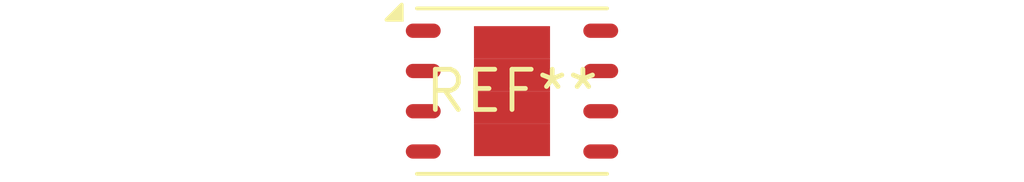
<source format=kicad_pcb>
(kicad_pcb (version 20240108) (generator pcbnew)
  (layers (0 "F.Cu" signal) (31 "B.Cu" signal) (34 "B.Paste" user) (35 "F.Paste" user) (36 "B.SilkS" user "B.Silkscreen") (37 "F.SilkS" user "F.Silkscreen") (38 "B.Mask" user) (39 "F.Mask" user) (44 "Edge.Cuts" user))
  (net 0 "")
  (footprint "DFN-S-8-1EP_6x5mm_P1.27mm" (layer "F.Cu") (at 0 0)
    (property "Reference" "REF**")
    (property "Value" "DFN-S-8-1EP_6x5mm_P1.27mm")
    (fp_line (start -3 -2.61) (end 3 -2.61) (layer "F.SilkS") (stroke (width 0.12)))
    (fp_line (start -3 2.61) (end 3 2.61) (layer "F.SilkS") (stroke (width 0.12)))
    (fp_poly (pts (xy -3.48 -2.25) (xy -3.96 -2.25) (xy -3.48 -2.73) (xy -3.48 -2.25)) (layer "F.SilkS") (stroke (width 0.12)) (fill solid))
    (pad "1" smd oval (at -2.8 -1.905) (size 1.1 0.45) (layers "F.Cu" "F.Paste" "F.Mask"))
    (pad "2" smd oval (at -2.8 -0.635) (size 1.1 0.45) (layers "F.Cu" "F.Paste" "F.Mask"))
    (pad "3" smd oval (at -2.8 0.635) (size 1.1 0.45) (layers "F.Cu" "F.Paste" "F.Mask"))
    (pad "4" smd oval (at -2.8 1.905) (size 1.1 0.45) (layers "F.Cu" "F.Paste" "F.Mask"))
    (pad "5" smd oval (at 2.8 1.905) (size 1.1 0.45) (layers "F.Cu" "F.Paste" "F.Mask"))
    (pad "6" smd oval (at 2.8 0.635) (size 1.1 0.45) (layers "F.Cu" "F.Paste" "F.Mask"))
    (pad "7" smd oval (at 2.8 -0.635) (size 1.1 0.45) (layers "F.Cu" "F.Paste" "F.Mask"))
    (pad "8" smd oval (at 2.8 -1.905) (size 1.1 0.45) (layers "F.Cu" "F.Paste" "F.Mask"))
    (pad "9" smd rect (at -0.6 -1.5375) (size 1.2 1.025) (layers "F.Cu" "F.Paste" "F.Mask"))
    (pad "9" smd rect (at -0.6 -0.5125) (size 1.2 1.025) (layers "F.Cu" "F.Paste" "F.Mask"))
    (pad "9" smd rect (at -0.6 0.512499) (size 1.2 1.025) (layers "F.Cu" "F.Paste" "F.Mask"))
    (pad "9" smd rect (at -0.6 1.5375) (size 1.2 1.025) (layers "F.Cu" "F.Paste" "F.Mask"))
    (pad "9" smd rect (at 0.6 -1.5375) (size 1.2 1.025) (layers "F.Cu" "F.Paste" "F.Mask"))
    (pad "9" smd rect (at 0.6 -0.5125) (size 1.2 1.025) (layers "F.Cu" "F.Paste" "F.Mask"))
    (pad "9" smd rect (at 0.6 0.512499) (size 1.2 1.025) (layers "F.Cu" "F.Paste" "F.Mask"))
    (pad "9" smd rect (at 0.6 1.5375) (size 1.2 1.025) (layers "F.Cu" "F.Paste" "F.Mask"))
  )
)
</source>
